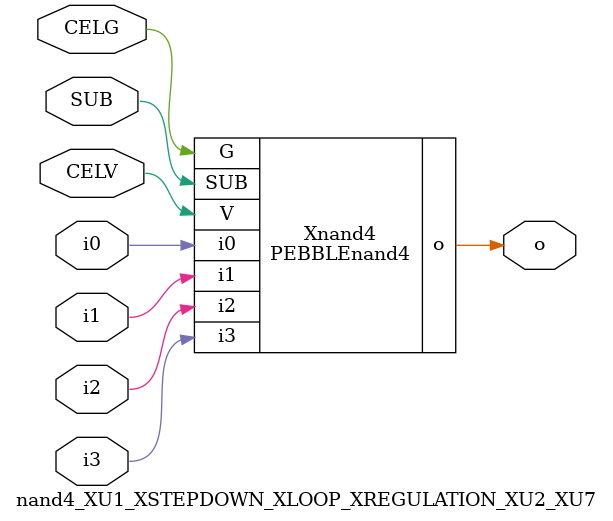
<source format=v>



module PEBBLEnand4 ( o, G, SUB, V, i0, i1, i2, i3 );

  input i0;
  input V;
  input i3;
  input i2;
  input i1;
  input G;
  output o;
  input SUB;
endmodule

//Celera Confidential Do Not Copy nand4_XU1_XSTEPDOWN_XLOOP_XREGULATION_XU2_XU7
//Celera Confidential Symbol Generator
//nand4
module nand4_XU1_XSTEPDOWN_XLOOP_XREGULATION_XU2_XU7 (CELV,CELG,i0,i1,i2,i3,o,SUB);
input CELV;
input CELG;
input i0;
input i1;
input i2;
input i3;
input SUB;
output o;

//Celera Confidential Do Not Copy nand4
PEBBLEnand4 Xnand4(
.V (CELV),
.i0 (i0),
.i1 (i1),
.i2 (i2),
.i3 (i3),
.o (o),
.SUB (SUB),
.G (CELG)
);
//,diesize,PEBBLEnand4

//Celera Confidential Do Not Copy Module End
//Celera Schematic Generator
endmodule

</source>
